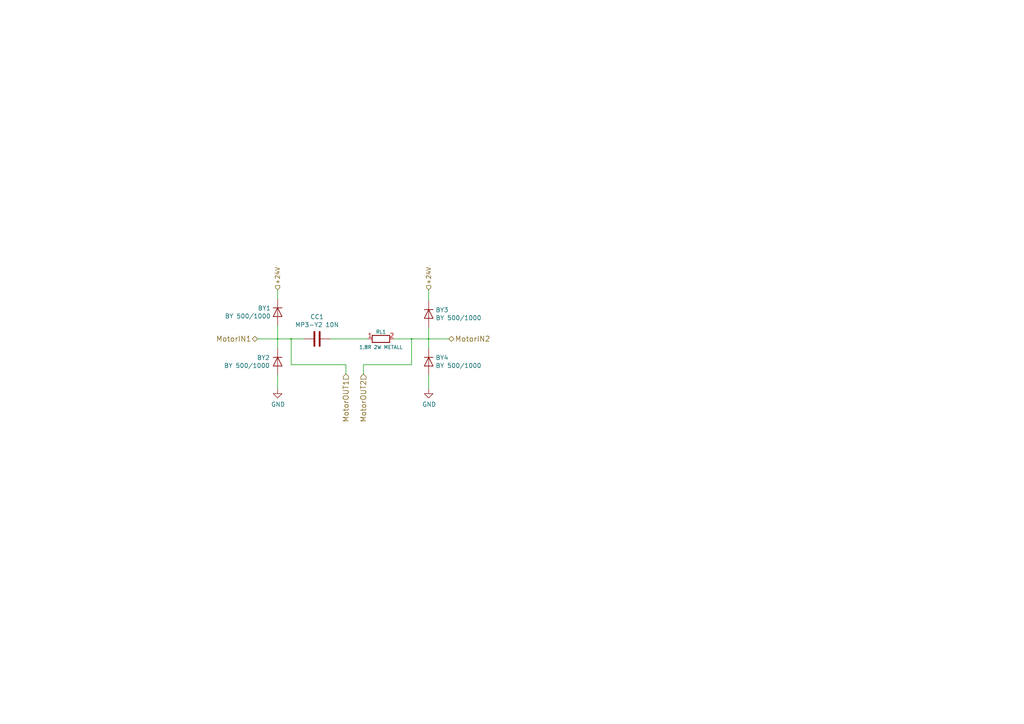
<source format=kicad_sch>
(kicad_sch (version 20201015) (generator eeschema)
  (page 1 35)
  (paper "A4")
  (title_block (title "Ardumower shield SVN Version") (date "2020-07-06") (rev "1.4") (company "ML AG JL UZ"))
  (lib_symbols
    (symbol "ardumower-mega-shield-svn-rescue:C-RESCUE-ardumower_mega_shield_svn" (pin_numbers hide) (pin_names (offset 0.254))
      (property "Referenz" "C" (at 0.635 2.54 0))
      (property "Wert" "C-RESCUE-ardumower_mega_shield_svn" (at 0.635 -2.54 0))
      (symbol "C-RESCUE-ardumower_mega_shield_svn_0_1"
        (polyline (pts (xy -2.032 -0.762) (xy 2.032 -0.762)) (stroke (width 0.508)))
        (polyline (pts (xy -2.032 0.762) (xy 2.032 0.762)) (stroke (width 0.508)))
      )
      (symbol "C-RESCUE-ardumower_mega_shield_svn_1_1"
        (pin passive line (at 0 3.81 270) (length 2.794) (name "~") (number "1"))
        (pin passive line (at 0 -3.81 90) (length 2.794) (name "~") (number "2"))
      )
    )
    (symbol "ardumower-mega-shield-svn-rescue:D-RESCUE-ardumower_mega_shield_svn" (pin_numbers hide) (pin_names hide)
      (property "Referenz" "D" (at 0 2.54 0))
      (property "Wert" "D-RESCUE-ardumower_mega_shield_svn" (at 0 -2.54 0))
      (symbol "D-RESCUE-ardumower_mega_shield_svn_0_1"
        (polyline (pts (xy -1.27 1.27) (xy -1.27 -1.27)) (stroke (width 0.2032)))
        (polyline (pts (xy 1.27 0) (xy -1.27 0)))
        (polyline (pts (xy 1.27 1.27) (xy 1.27 -1.27) (xy -1.27 0) (xy 1.27 1.27)) (stroke (width 0.2032)))
      )
      (symbol "D-RESCUE-ardumower_mega_shield_svn_1_1"
        (pin passive line (at -3.81 0 0) (length 2.54) (name "K") (number "1"))
        (pin passive line (at 3.81 0 180) (length 2.54) (name "A") (number "2"))
      )
    )
    (symbol "ardumower-mega-shield-svn-rescue:GND-RESCUE-ardumower_mega_shield_svn" (power) (pin_names (offset 0))
      (property "Wert" "GND-RESCUE-ardumower_mega_shield_svn" (at 0 -3.81 0))
      (symbol "GND-RESCUE-ardumower_mega_shield_svn_0_1"
        (polyline (pts (xy 0 0) (xy 0 -1.27) (xy 1.27 -1.27) (xy 0 -2.54) (xy -1.27 -1.27) (xy 0 -1.27)))
      )
      (symbol "GND-RESCUE-ardumower_mega_shield_svn_1_1"
        (pin power_in line (at 0 0 270) (length 0) hide (name "GND") (number "1"))
      )
    )
    (symbol "ardumower-mega-shield-svn-rescue:R-RESCUE-ardumower_mega_shield_svn" (pin_names (offset 0))
      (property "Referenz" "R" (at 2.032 0 90))
      (property "Wert" "R-RESCUE-ardumower_mega_shield_svn" (at 0 0 90))
      (symbol "R-RESCUE-ardumower_mega_shield_svn_0_1"
        (rectangle (start -1.016 -2.54) (end 1.016 2.54) (stroke (width 0.254)))
      )
      (symbol "R-RESCUE-ardumower_mega_shield_svn_1_1"
        (pin passive line (at 0 3.81 270) (length 1.27) (name "~") (number "1"))
        (pin passive line (at 0 -3.81 90) (length 1.27) (name "~") (number "2"))
      )
    )
  )
  (junction (at 80.518 98.298) (diameter 0.3048))
  (junction (at 84.455 98.298) (diameter 0.3048))
  (junction (at 119.38 98.298) (diameter 0.3048))
  (junction (at 124.333 98.298) (diameter 0.3048))
  (wire (pts (xy 74.676 98.298) (xy 80.518 98.298)))
  (wire (pts (xy 80.518 84.074) (xy 80.518 86.741)))
  (wire (pts (xy 80.518 94.361) (xy 80.518 98.298)))
  (wire (pts (xy 80.518 98.298) (xy 80.518 101.092)))
  (wire (pts (xy 80.518 98.298) (xy 84.455 98.298)))
  (wire (pts (xy 80.518 108.712) (xy 80.518 112.903)))
  (wire (pts (xy 84.455 98.298) (xy 88.138 98.298)))
  (wire (pts (xy 84.455 105.791) (xy 84.455 98.298)))
  (wire (pts (xy 95.758 98.298) (xy 106.68 98.298)))
  (wire (pts (xy 100.33 105.791) (xy 84.455 105.791)))
  (wire (pts (xy 100.33 105.791) (xy 100.33 108.458)))
  (wire (pts (xy 105.41 105.791) (xy 105.41 108.458)))
  (wire (pts (xy 105.41 105.791) (xy 119.38 105.791)))
  (wire (pts (xy 114.3 98.298) (xy 119.38 98.298)))
  (wire (pts (xy 119.38 98.298) (xy 124.333 98.298)))
  (wire (pts (xy 119.38 105.791) (xy 119.38 98.298)))
  (wire (pts (xy 124.333 84.074) (xy 124.333 87.249)))
  (wire (pts (xy 124.333 94.869) (xy 124.333 98.298)))
  (wire (pts (xy 124.333 98.298) (xy 124.333 101.092)))
  (wire (pts (xy 124.333 98.298) (xy 130.175 98.298)))
  (wire (pts (xy 124.333 108.712) (xy 124.333 112.903)))
  (hierarchical_label "MotorIN1" (shape bidirectional) (at 74.676 98.298 180) (effects (font (size 1.524 1.524))))
  (hierarchical_label "+24V" (shape input) (at 80.518 84.074 90))
  (hierarchical_label "MotorOUT1" (shape input) (at 100.33 108.458 270) (effects (font (size 1.524 1.524))))
  (hierarchical_label "MotorOUT2" (shape input) (at 105.41 108.458 270) (effects (font (size 1.524 1.524))))
  (hierarchical_label "+24V" (shape input) (at 124.333 84.074 90))
  (hierarchical_label "MotorIN2" (shape bidirectional) (at 130.175 98.298 0) (effects (font (size 1.524 1.524))))
  (symbol (lib_id "ardumower-mega-shield-svn-rescue:GND-RESCUE-ardumower_mega_shield_svn") (at 80.518 112.903 0) (unit 1)
    (property "Reference" "#PWR024" (effects hide))
    (property "Value" "GND" (at 80.645 117.2972 0))
  )
  (symbol (lib_id "ardumower-mega-shield-svn-rescue:GND-RESCUE-ardumower_mega_shield_svn") (at 124.333 112.903 0) (unit 1)
    (property "Reference" "#PWR023" (effects hide))
    (property "Value" "GND" (at 124.46 117.2972 0))
  )
  (symbol (lib_id "ardumower-mega-shield-svn-rescue:R-RESCUE-ardumower_mega_shield_svn") (at 110.49 98.298 90) (unit 1)
    (property "Reference" "RL1" (at 110.49 96.266 90) (effects (font (size 1.016 1.016))))
    (property "Value" "1,8R 2W METALL" (at 110.49 100.711 90) (effects (font (size 1.016 1.016))))
    (property "Footprint" "Zimprich:Resistor_Horizontal_RM25mm-2W" (effects hide))
    (property "Datasheet" "https://www.reichelt.de/2W-METALL-1-8/3/index.html?&ACTION=3&LA=446&ARTICLE=2309&artnr=2W+METALL+1%2C8&SEARCH=2W+METALL+1%2C8" (effects hide))
    (property "Bestellnummer" "R: 2W METALL 1,8" (effects hide))
    (property "Technische Daten" "Metalloxidschicht-Widerstand 2W, 5% 1,8 Ohm" (effects hide))
  )
  (symbol (lib_id "ardumower-mega-shield-svn-rescue:D-RESCUE-ardumower_mega_shield_svn") (at 80.518 90.551 90) (mirror x) (unit 1)
    (property "Reference" "BY1" (at 78.5368 89.3826 90) (effects (justify left)))
    (property "Value" "BY 500/1000" (at 78.5368 91.694 90) (effects (justify left)))
    (property "Footprint" "Zimprich:Diode_liegend_BY500_1000_RM15" (effects hide))
    (property "Datasheet" "https://www.reichelt.de/BY-500-1000/3/index.html?&ACTION=3&LA=446&ARTICLE=6337&artnr=BY+500%2F1000&SEARCH=BY+500%2F1000" (effects hide))
    (property "Gehäuseart" "Value" (effects hide))
    (property "Bestelllink" "https://www.reichelt.de/BY-500-1000/3/index.html?&ACTION=3&LA=446&ARTICLE=6337&artnr=BY+500%2F1000&SEARCH=BY+500%2F1000" (effects hide))
    (property "Technische Daten" "Fast-Recovery-Gleichr.-Diode, DO201, 1000V, 5A" (effects hide))
    (property "Bestellnummer" "R: BY 500/1000" (effects hide))
    (property "Bauform" "DO-201" (effects hide))
  )
  (symbol (lib_id "ardumower-mega-shield-svn-rescue:D-RESCUE-ardumower_mega_shield_svn") (at 80.518 104.902 270) (unit 1)
    (property "Reference" "BY2" (at 78.2828 103.7336 90) (effects (justify right)))
    (property "Value" "BY 500/1000" (at 78.2828 106.045 90) (effects (justify right)))
    (property "Footprint" "Zimprich:Diode_liegend_BY500_1000_RM15" (effects hide))
    (property "Datasheet" "https://www.reichelt.de/BY-500-1000/3/index.html?&ACTION=3&LA=446&ARTICLE=6337&artnr=BY+500%2F1000&SEARCH=BY+500%2F1000" (effects hide))
    (property "Gehäuseart" "Value" (effects hide))
    (property "Bestelllink" "https://www.reichelt.de/BY-500-1000/3/index.html?&ACTION=3&LA=446&ARTICLE=6337&artnr=BY+500%2F1000&SEARCH=BY+500%2F1000" (effects hide))
    (property "Technische Daten" "Fast-Recovery-Gleichr.-Diode, DO201, 1000V, 5A" (effects hide))
    (property "Bestellnummer" "R: BY 500/1000" (effects hide))
    (property "Bauform" "DO-201" (effects hide))
  )
  (symbol (lib_id "ardumower-mega-shield-svn-rescue:D-RESCUE-ardumower_mega_shield_svn") (at 124.333 91.059 270) (unit 1)
    (property "Reference" "BY3" (at 126.3142 89.8906 90) (effects (justify left)))
    (property "Value" "BY 500/1000" (at 126.3142 92.202 90) (effects (justify left)))
    (property "Footprint" "Zimprich:Diode_liegend_BY500_1000_RM15" (effects hide))
    (property "Datasheet" "https://www.reichelt.de/BY-500-1000/3/index.html?&ACTION=3&LA=446&ARTICLE=6337&artnr=BY+500%2F1000&SEARCH=BY+500%2F1000" (effects hide))
    (property "Gehäuseart" "Value" (effects hide))
    (property "Bestelllink" "https://www.reichelt.de/BY-500-1000/3/index.html?&ACTION=3&LA=446&ARTICLE=6337&artnr=BY+500%2F1000&SEARCH=BY+500%2F1000" (effects hide))
    (property "Technische Daten" "Fast-Recovery-Gleichr.-Diode, DO201, 1000V, 5A" (effects hide))
    (property "Bestellnummer" "R: BY 500/1000" (effects hide))
    (property "Bauform" "DO-201" (effects hide))
    (property "Funktion" "Value" (effects hide))
    (property "Hersteller" "Value" (effects hide))
    (property "Hersteller Bestellnummer" "Value" (effects hide))
  )
  (symbol (lib_id "ardumower-mega-shield-svn-rescue:D-RESCUE-ardumower_mega_shield_svn") (at 124.333 104.902 270) (unit 1)
    (property "Reference" "BY4" (at 126.3142 103.7336 90) (effects (justify left)))
    (property "Value" "BY 500/1000" (at 126.3142 106.045 90) (effects (justify left)))
    (property "Footprint" "Zimprich:Diode_liegend_BY500_1000_RM15" (effects hide))
    (property "Datasheet" "https://www.reichelt.de/BY-500-1000/3/index.html?&ACTION=3&LA=446&ARTICLE=6337&artnr=BY+500%2F1000&SEARCH=BY+500%2F1000" (effects hide))
    (property "Gehäuseart" "Value" (effects hide))
    (property "Bestelllink" "https://www.reichelt.de/BY-500-1000/3/index.html?&ACTION=3&LA=446&ARTICLE=6337&artnr=BY+500%2F1000&SEARCH=BY+500%2F1000" (effects hide))
    (property "Technische Daten" "Fast-Recovery-Gleichr.-Diode, DO201, 1000V, 5A" (effects hide))
    (property "Bestellnummer" "R: BY 500/1000" (effects hide))
    (property "Bauform" "DO-201" (effects hide))
  )
  (symbol (lib_id "ardumower-mega-shield-svn-rescue:C-RESCUE-ardumower_mega_shield_svn") (at 91.948 98.298 90) (unit 1)
    (property "Reference" "CC1" (at 91.948 91.8972 90))
    (property "Value" "MP3-Y2 10N" (at 91.948 94.2086 90))
    (property "Footprint" "Zimprich:Kondensator_cnp_18x5mm" (effects hide))
    (property "Datasheet" "https://www.reichelt.de/MP3-Y2-10N/3/index.html?&ACTION=3&LA=446&ARTICLE=32025&artnr=MP3-Y2+10N&SEARCH=MP3-Y2+10N" (effects hide))
    (property "Gehäuseart" "Rastermass 15mm" (effects hide))
    (property "Bestelllink" "R: MP3-Y2 10N" (effects hide))
    (property "Technische Daten" "IMA, Funk-Entstörkondensator, Klasse Y2" (effects hide))
  )
)
</source>
